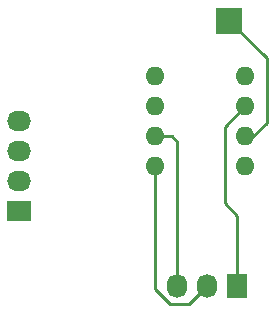
<source format=gbl>
G04 #@! TF.FileFunction,Copper,L2,Bot,Signal*
%FSLAX46Y46*%
G04 Gerber Fmt 4.6, Leading zero omitted, Abs format (unit mm)*
G04 Created by KiCad (PCBNEW 4.0.1-stable) date 12/13/2016 10:54:51 PM*
%MOMM*%
G01*
G04 APERTURE LIST*
%ADD10C,0.100000*%
%ADD11R,2.032000X1.727200*%
%ADD12O,2.032000X1.727200*%
%ADD13R,1.727200X2.032000*%
%ADD14O,1.727200X2.032000*%
%ADD15R,2.235200X2.235200*%
%ADD16O,1.600000X1.600000*%
%ADD17C,0.250000*%
G04 APERTURE END LIST*
D10*
D11*
X129413000Y-117729000D03*
D12*
X129413000Y-115189000D03*
X129413000Y-112649000D03*
X129413000Y-110109000D03*
D13*
X147929600Y-124028200D03*
D14*
X145389600Y-124028200D03*
X142849600Y-124028200D03*
D15*
X147243800Y-101600000D03*
D16*
X140970000Y-106299000D03*
X140970000Y-108839000D03*
X140970000Y-111379000D03*
X140970000Y-113919000D03*
X148590000Y-113919000D03*
X148590000Y-111379000D03*
X148590000Y-108839000D03*
X148590000Y-106299000D03*
D17*
X147929600Y-124028200D02*
X147929600Y-118110000D01*
X146862800Y-110566200D02*
X148590000Y-108839000D01*
X146862800Y-117043200D02*
X146862800Y-110566200D01*
X147929600Y-118110000D02*
X146862800Y-117043200D01*
X140970000Y-113919000D02*
X140970000Y-124282200D01*
X143840200Y-125577600D02*
X145389600Y-124028200D01*
X142265400Y-125577600D02*
X143840200Y-125577600D01*
X140970000Y-124282200D02*
X142265400Y-125577600D01*
X140970000Y-111379000D02*
X142392400Y-111379000D01*
X142849600Y-111836200D02*
X142849600Y-124028200D01*
X142392400Y-111379000D02*
X142849600Y-111836200D01*
X148590000Y-111379000D02*
X149301200Y-111379000D01*
X149301200Y-111379000D02*
X150418800Y-110261400D01*
X150418800Y-110261400D02*
X150418800Y-104775000D01*
X150418800Y-104775000D02*
X147243800Y-101600000D01*
M02*

</source>
